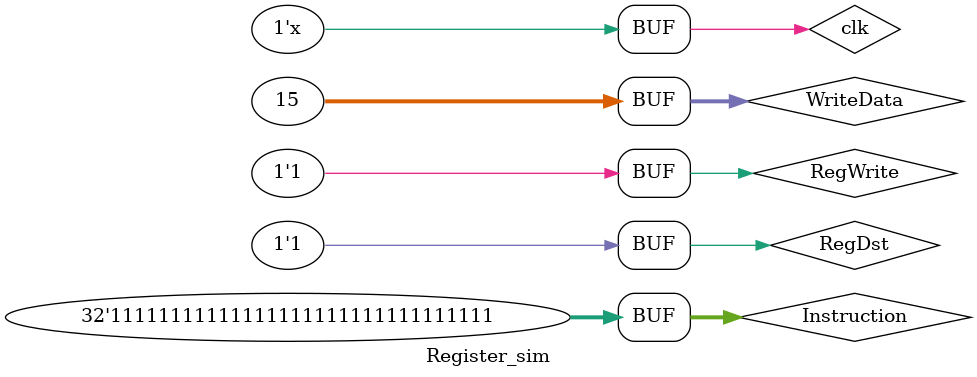
<source format=v>
`timescale 1ns / 1ps


module Register_sim;

    reg clk;
    reg [31:0] Instruction;
    reg [31:0] WriteData = 32'b00000000000000000000000000001111;
    wire [31:0] ReadData1, ReadData2;
    initial 
       begin
           clk = 0;
           
           Instruction = 32'b11111111111111111111111111111111;
           # 200;
           
           # 200;
           Instruction = 32'b11111111111111111111111111111111;
           
       end
       
    wire RegDst = 1,RegWrite = 1;
    
    Registers Reg_test(clk,Instruction,RegDst,RegWrite,WriteData,ReadData1,ReadData2);
        
    always # 200 
    begin
        clk =~ clk;
    end
    
endmodule

</source>
